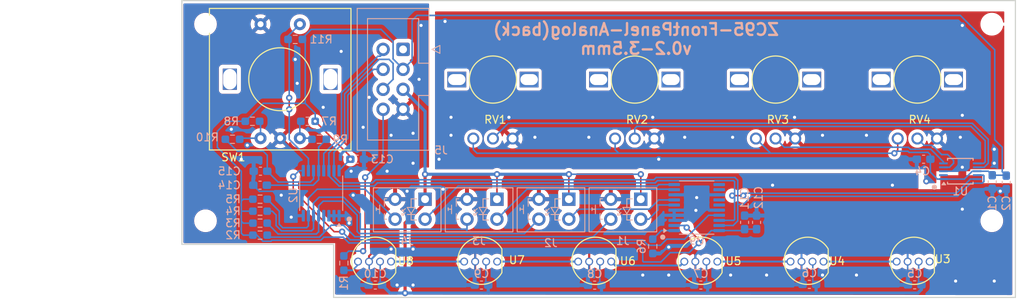
<source format=kicad_pcb>
(kicad_pcb (version 20221018) (generator pcbnew)
  (layers (0 "F.Cu" signal) (31 "B.Cu" signal) (34 "B.Paste" user) (35 "F.Paste" user) (36 "B.SilkS" user "B.Silkscreen") (37 "F.SilkS" user "F.Silkscreen") (38 "B.Mask" user) (39 "F.Mask" user) (44 "Edge.Cuts" user))
  (net 0 "")
  (net 1 "GND")
  (net 2 "ROT5-B")
  (net 3 "ROT5-A")
  (net 4 "+3v3")
  (net 5 "+5v")
  (net 6 "INT2")
  (net 7 "SDA")
  (net 8 "SCL")
  (net 9 "LED_DATA")
  (net 10 "ROT5-BUT")
  (net 11 "Net-(J1-Pad3)")
  (net 12 "Net-(J1-Pad4)")
  (net 13 "Net-(J2-Pad3)")
  (net 14 "Net-(U3-Pad4)")
  (net 15 "Net-(U4-Pad4)")
  (net 16 "Net-(U5-Pad4)")
  (net 17 "Net-(U6-Pad4)")
  (net 18 "Net-(J2-Pad4)")
  (net 19 "Net-(RV1-Pad2)")
  (net 20 "Net-(RV2-Pad2)")
  (net 21 "Net-(RV3-Pad2)")
  (net 22 "Net-(RV4-Pad2)")
  (net 23 "Net-(J3-Pad3)")
  (net 24 "Net-(J3-Pad4)")
  (net 25 "Net-(J4-Pad3)")
  (net 26 "Net-(J4-Pad4)")
  (net 27 "INT1")
  (net 28 "Net-(R1-Pad2)")
  (net 29 "Net-(R6-Pad1)")
  (net 30 "Net-(R7-Pad2)")
  (net 31 "Net-(R10-Pad1)")
  (net 33 "RESET")
  (net 39 "Net-(U7-Pad4)")
  (footprint "MountingHole:MountingHole_2.2mm_M2" (layer "F.Cu") (at 194 121)
    (fp_text reference "REF**" hide)
    (fp_text value "MountingHole_2.2mm_M2" hide)
  )
  (footprint "MountingHole:MountingHole_2.2mm_M2" (layer "F.Cu") (at 94 121)
    (fp_text reference "REF**" hide)
    (fp_text value "MountingHole_2.2mm_M2" hide)
  )
  (footprint "MountingHole:MountingHole_2.2mm_M2" (layer "F.Cu") (at 94 146)
    (fp_text reference "REF**" hide)
    (fp_text value "MountingHole_2.2mm_M2" hide)
  )
  (footprint "MountingHole:MountingHole_2.2mm_M2" (layer "F.Cu") (at 194 146)
    (fp_text reference "REF**" hide)
    (fp_text value "MountingHole_2.2mm_M2" hide)
  )
  (footprint "ProjLib:WS2812D-F5" (layer "F.Cu") (at 185.094 147.992)
    (fp_text reference "U3")
    (fp_text value "WS2812D")
  )
  (footprint "ProjLib:WS2812D-F5" (layer "F.Cu") (at 171.594 147.992)
    (fp_text reference "U4")
    (fp_text value "WS2812D")
  )
  (footprint "ProjLib:WS2812D-F5" (layer "F.Cu") (at 158.094 147.992)
    (fp_text reference "U5")
    (fp_text value "WS2812D")
  )
  (footprint "ProjLib:WS2812D-F5" (layer "F.Cu") (at 144.594 147.992)
    (fp_text reference "U6")
    (fp_text value "WS2812D")
  )
  (footprint "ProjLib:WS2812D-F5" (layer "F.Cu") (at 130.094 147.992)
    (fp_text reference "U7")
    (fp_text value "WS2812D")
  )
  (footprint "ProjLib:WS2812D-F5" (layer "F.Cu") (at 116.594 147.992)
    (fp_text reference "U8")
    (fp_text value "WS2812D")
  )
  (footprint "ProjLib:ALPSALPINE RK09L1140A2U" (layer "F.Cu") (at 130.556 128.143)
    (fp_text reference "RV1")
    (fp_text value "R_POT")
  )
  (footprint "ProjLib:ALPSALPINE RK09L1140A2U" (layer "F.Cu") (at 148.59 128.143)
    (fp_text reference "RV2")
    (fp_text value "R_POT")
  )
  (footprint "ProjLib:ALPSALPINE RK09L1140A2U" (layer "F.Cu") (at 166.497 128.143)
    (fp_text reference "RV3")
    (fp_text value "R_POT")
  )
  (footprint "ProjLib:ALPSALPINE RK09L1140A2U" (layer "F.Cu") (at 184.531 128.143)
    (fp_text reference "RV4")
    (fp_text value "R_POT")
  )
  (footprint "ProjLib:BOURNS PEC11L-4125F-S0020" (layer "F.Cu") (at 103.5 128)
    (fp_text reference "SW1")
    (fp_text value "ADJ")
  )
  (footprint "Capacitor_SMD:C_0603_1608Metric_Pad1.08x0.95mm_HandSolder" (layer "B.Cu") (at 100.938332 141.478 180)
    (fp_text reference "C14")
    (fp_text value "100nF")
  )
  (footprint "Capacitor_SMD:C_0603_1608Metric_Pad1.08x0.95mm_HandSolder" (layer "B.Cu") (at 156.994 154.178 180)
    (fp_text reference "C7")
    (fp_text value "100nF")
  )
  (footprint "Library:ButtonConnector" (layer "B.Cu") (at 147.062 144.506 180)
    (fp_text reference "J1")
    (fp_text value "BUTTON_A")
  )
  (footprint "Resistor_SMD:R_0603_1608Metric_Pad0.98x0.95mm_HandSolder" (layer "B.Cu") (at 105.41 122.936 180)
    (fp_text reference "R11")
    (fp_text value "10K")
  )
  (footprint "Package_SO:TSSOP-10_3x3mm_P0.5mm" (layer "B.Cu") (at 189.992 139.7)
    (fp_text reference "U1")
    (fp_text value "ADS1115IDGS")
  )
  (footprint "Capacitor_SMD:C_0603_1608Metric_Pad1.08x0.95mm_HandSolder" (layer "B.Cu") (at 185.3195 138.176 180)
    (fp_text reference "C4")
    (fp_text value "100nF")
  )
  (footprint "Capacitor_SMD:C_0603_1608Metric_Pad1.08x0.95mm_HandSolder" (layer "B.Cu") (at 100.9915 139.7 180)
    (fp_text reference "C15")
    (fp_text value "100nF")
  )
  (footprint "Capacitor_SMD:C_0603_1608Metric_Pad1.08x0.95mm_HandSolder" (layer "B.Cu") (at 170.794 154.092 180)
    (fp_text reference "C6")
    (fp_text value "100nF")
  )
  (footprint "Capacitor_SMD:C_0603_1608Metric_Pad1.08x0.95mm_HandSolder" (layer "B.Cu") (at 194.056 141.0705 -90)
    (fp_text reference "C1")
    (fp_text value "100nF")
  )
  (footprint "Library:ButtonConnector" (layer "B.Cu") (at 137.918 144.506 180)
    (fp_text reference "J2")
    (fp_text value "BUTTON_B")
  )
  (footprint "Connector_IDC:IDC-Header_2x04_P2.54mm_Vertical" (layer "B.Cu") (at 119.126 124.206 180)
    (fp_text reference "J5")
    (fp_text value "Conn_02x04_Odd_Even")
  )
  (footprint "Capacitor_SMD:C_0603_1608Metric_Pad1.08x0.95mm_HandSolder" (layer "B.Cu") (at 162.56 146.2035 90)
    (fp_text reference "C11")
    (fp_text value "100nF")
  )
  (footprint "Resistor_SMD:R_0603_1608Metric_Pad0.98x0.95mm_HandSolder" (layer "B.Cu") (at 99.9725 133.35)
    (fp_text reference "R8")
    (fp_text value "10K")
  )
  (footprint "Resistor_SMD:R_0603_1608Metric_Pad0.98x0.95mm_HandSolder" (layer "B.Cu") (at 100.938332 144.78)
    (fp_text reference "R4")
    (fp_text value "10K")
  )
  (footprint "Resistor_SMD:R_0603_1608Metric_Pad0.98x0.95mm_HandSolder" (layer "B.Cu") (at 97.4325 135.636 180)
    (fp_text reference "R10")
    (fp_text value "10K")
  )
  (footprint "Capacitor_SMD:C_0603_1608Metric_Pad1.08x0.95mm_HandSolder" (layer "B.Cu") (at 195.834 141.1235 -90)
    (fp_text reference "C2")
    (fp_text value "10uF")
  )
  (footprint "Resistor_SMD:R_0603_1608Metric_Pad0.98x0.95mm_HandSolder" (layer "B.Cu") (at 100.938332 143.256)
    (fp_text reference "R5")
    (fp_text value "10K")
  )
  (footprint "Resistor_SMD:R_0603_1608Metric_Pad0.98x0.95mm_HandSolder" (layer "B.Cu") (at 108.458 135.636 180)
    (fp_text reference "R9")
    (fp_text value "10K")
  )
  (footprint "Resistor_SMD:R_0603_1608Metric_Pad0.98x0.95mm_HandSolder" (layer "B.Cu") (at 107.0375 133.35 180)
    (fp_text reference "R7")
    (fp_text value "10K")
  )
  (footprint "Capacitor_SMD:C_0603_1608Metric_Pad1.08x0.95mm_HandSolder" (layer "B.Cu") (at 164.084 146.2035 90)
    (fp_text reference "C12")
    (fp_text value "10uF")
  )
  (footprint "Package_SO:TSSOP-20_4.4x6.5mm_P0.65mm" (layer "B.Cu") (at 156.464 144.325)
    (fp_text reference "U9")
    (fp_text value "TLC59108IPWR")
  )
  (footprint "Resistor_SMD:R_0603_1608Metric_Pad0.98x0.95mm_HandSolder" (layer "B.Cu") (at 100.938332 147.828)
    (fp_text reference "R2")
    (fp_text value "10K")
  )
  (footprint "Capacitor_SMD:C_0603_1608Metric_Pad1.08x0.95mm_HandSolder" (layer "B.Cu") (at 115.594 154.178 180)
    (fp_text reference "C10")
    (fp_text value "100nF")
  )
  (footprint "Resistor_SMD:R_0603_1608Metric_Pad0.98x0.95mm_HandSolder" (layer "B.Cu") (at 100.938332 146.304)
    (fp_text reference "R3")
    (fp_text value "10K")
  )
  (footprint "Library:ButtonConnector" (layer "B.Cu") (at 128.774 144.506 180)
    (fp_text reference "J3")
    (fp_text value "BUTTON_C")
  )
  (footprint "Library:ButtonConnector" (layer "B.Cu") (at 119.63 144.506 180)
    (fp_text reference "J4")
    (fp_text value "BUTTON_D")
  )
  (footprint "Package_SO:TSSOP-16_4.4x5mm_P0.65mm" (layer "B.Cu") (at 108.712 142.494 90)
    (fp_text reference "U2")
    (fp_text value "TCA9534")
  )
  (footprint "Capacitor_SMD:C_0603_1608Metric_Pad1.08x0.95mm_HandSolder" (layer "B.Cu") (at 129.094 154.178 180)
    (fp_text reference "C9")
    (fp_text value "100nF")
  )
  (footprint "Capacitor_SMD:C_0603_1608Metric_Pad1.08x0.95mm_HandSolder" (layer "B.Cu") (at 143.494 154.192 180)
    (fp_text reference "C8")
    (fp_text value "100nF")
  )
  (footprint "Capacitor_SMD:C_0603_1608Metric_Pad1.08x0.95mm_HandSolder" (layer "B.Cu") (at 184.188 154.1485 180)
    (fp_text reference "C5")
    (fp_text value "100nF")
  )
  (footprint "Resistor_SMD:R_0603_1608Metric_Pad0.98x0.95mm_HandSolder" (layer "B.Cu") (at 111.594 151.384 -90)
    (fp_text reference "R1")
    (fp_text value "100R")
  )
  (footprint "Resistor_SMD:R_0603_1608Metric_Pad0.98x0.95mm_HandSolder" (layer "B.Cu") (at 150.876 149.2485 -90)
    (fp_text reference "R6")
    (fp_text value "1K")
  )
  (footprint "Capacitor_SMD:C_0603_1608Metric_Pad1.08x0.95mm_HandSolder" (layer "B.Cu") (at 113.284 138.176 180)
    (fp_text reference "C13")
    (fp_text value "100nF")
  )
  (gr_circle (center 152.146 148.082) (end 152.4 148.082) (stroke (width 0.15)) (fill solid) (layer "B.SilkS"))
  (gr_circle (center 112.268 145.796) (end 112.522 145.796) (stroke (width 0.15)) (fill solid) (layer "B.SilkS"))
  (gr_circle (center 186.69 141.732) (end 186.944 141.732) (stroke (width 0.15)) (fill solid) (layer "B.SilkS"))
  (gr_line (start 91 149) (end 110.294 149) (stroke (width 0.15)) (layer "Edge.Cuts"))
  (gr_line (start 197 118) (end 91 118) (stroke (width 0.15)) (layer "Edge.Cuts"))
  (gr_line (start 110.294 155.75) (end 197 155.75) (stroke (width 0.15)) (layer "Edge.Cuts"))
  (gr_line (start 110.294 149) (end 110.294 155.75) (stroke (width 0.15)) (layer "Edge.Cuts"))
  (gr_line (start 91 118) (end 91 149) (stroke (width 0.15)) (layer "Edge.Cuts"))
  (gr_line (start 197 155.75) (end 197 118) (stroke (width 0.15)) (layer "Edge.Cuts"))
  (gr_text "ZC95-FrontPanel-Analog(back)\nv0.2-3.5mm" (at 148.75 122.892) (layer "B.SilkS") (effects (font (size 1.5 1.5) (thickness 0.3)) (justify mirror)))
  (segment (start 156.294 150.292) (end 155.994 149.992) (width 0.25) (layer "F.Cu") (net 1))
  (segment (start 142.794 151.192) (end 142.794 149.692) (width 0.25) (layer "F.Cu") (net 1))
  (segment (start 114.794 150.492) (end 115.194 150.092) (width 0.25) (layer "F.Cu") (net 1))
  (segment (start 169.794 151.192) (end 169.794 149.492) (width 0.25) (layer "F.Cu") (net 1))
  (segment (start 128.294 149.792) (end 128.294 152.292) (width 0.25) (layer "F.Cu") (net 1))
  (segment (start 169.794 151.192) (end 169.794 152.792) (width 0.25) (layer "F.Cu") (net 1))
  (segment (start 156.294 150.292) (end 156.294 152.392) (width 0.25) (layer "F.Cu") (net 1))
  (segment (start 114.794 151.192) (end 114.794 150.492) (width 0.25) (layer "F.Cu") (net 1))
  (segment (start 142.794 149.692) (end 142.794 152.892) (width 0.25) (layer "F.Cu") (net 1))
  (segment (start 179.7 151.2) (end 179.7 149.992) (width 0.2) (layer "F.Cu") (net 1))
  (segment (start 190.246 144.526) (end 190.246 139.192) (width 1) (layer "F.Cu") (net 1))
  (segment (start 128.294 151.192) (end 128.294 149.792) (width 0.25) (layer "F.Cu") (net 1))
  (segment (start 156.294 151.192) (end 156.294 150.292) (width 0.25) (layer "F.Cu") (net 1))
  (segment (start 179.7 149.992) (end 179.832 149.86) (width 0.2) (layer "F.Cu") (net 1))
  (via (at 117.094 139.7) (size 0.8) (drill 0.4) (layers "F.Cu" "B.Cu") (net 1))
  (via (at 135.89 135.382) (size 0.8) (drill 0.4) (layers "F.Cu" "B.Cu") (net 1))
  (via (at 111.252 124.46) (size 0.8) (drill 0.4) (layers "F.Cu" "B.Cu") (net 1))
  (via (at 181.356 141.478) (size 0.8) (drill 0.4) (layers "F.Cu" "B.Cu") (net 1))
  (via (at 152.908 152.908) (size 0.8) (drill 0.4) (layers "F.Cu" "B.Cu") (net 1))
  (via (at 120.396 134.874) (size 0.8) (drill 0.4) (layers "F.Cu" "B.Cu") (net 1))
  (via (at 124.206 141.986) (size 0.8) (drill 0.4) (layers "F.Cu" "B.Cu") (net 1))
  (via (at 120.396 154.178) (size 0.8) (drill 0.4) (layers "F.Cu" "B.Cu") (net 1))
  (via (at 125.222 135.128) (size 0.8) (drill 0.4) (layers "F.Cu" "B.Cu") (net 1))
  (via (at 97.282 134.366) (size 0.8) (drill 0.4) (layers "F.Cu" "B.Cu") (net 1))
  (via (at 152.908 149.352) (size 0.8) (drill 0.4) (layers "F.Cu" "B.Cu") (net 1))
  (via (at 154.94 135.382) (size 0.8) (drill 0.4) (layers "F.Cu" "B.Cu") (net 1))
  (via (at 156.3635 144.6795) (size 0.8) (drill 0.4) (layers "F.Cu" "B.Cu") (net 1))
  (via (at 117.602 149.606) (size 0.8) (drill 0.4) (layers "F.Cu" "B.Cu") (net 1))
  (via (at 165.354 152.908) (size 0.8) (drill 0.4) (layers "F.Cu" "B.Cu") (net 1))
  (via (at 166.116 141.478) (size 0.8) (drill 0.4) (layers "F.Cu" "B.Cu") (net 1))
  (via (at 125.222 132.842) (size 0.8) (drill 0.4) (layers "F.Cu" "B.Cu") (net 1))
  (via (at 161.036 135.382) (size 0.8) (drill 0.4) (layers "F.Cu" "B.Cu") (net 1))
  (via (at 117.602 135.128) (size 0.8) (drill 0.4) (layers "F.Cu" "B.Cu") (net 1))
  (via (at 103.632 142.748) (size 0.8) (drill 0.4) (layers "F.Cu" "B.Cu") (net 1))
  (via (at 121.412 121.158) (size 0.8) (drill 0.4) (layers "F.Cu" "B.Cu") (net 1))
  (via (at 150.876 132.842) (size 0.8) (drill 0.4) (layers "F.Cu" "B.Cu") (net 1))
  (via (at 190.246 121.158) (size 0.8) (drill 0.4) (layers "F.Cu" "B.Cu") (net 1))
  (via (at 104.902 145.542) (size 0.8) (drill 0.4) (layers "F.Cu" "B.Cu") (net 1))
  (via (at 112.268 146.304) (size 0.8) (drill 0.4) (layers "F.Cu" "B.Cu") (net 1))
  (via (at 178.054 135.128) (size 0.8) (drill 0.4) (layers "F.Cu" "B.Cu") (net 1))
  (via (at 194.31 153.67) (size 0.8) (drill 0.4) (layers "F.Cu" "B.Cu") (net 1))
  (via (at 190.246 132.588) (size 0.8) (drill 0.4) (layers "F.Cu" "B.Cu") (net 1))
  (via (at 112.522 139.7) (size 0.8) (drill 0.4) (layers "F.Cu" "B.Cu") (net 1))
  (via (at 156.464 143.055) (size 0.8) (drill 0.4) (layers "F.Cu" "B.Cu") (net 1))
  (via (at 120.396 149.606) (size 0.8) (drill 0.4) (layers "F.Cu" "B.Cu") (net 1))
  (via (at 168.91 132.842) (size 0.8) (drill 0.4) (layers "F.Cu" "B.Cu") (net 1))
  (via (at 105.664 128.524) (size 0.8) (drill 0.4) (layers "F.Cu" "B.Cu") (net 1))
  (via (at 190.246 144.526) (size 0.8) (drill 0.4) (layers "F.Cu" "B.Cu") (net 1))
  (via (at 118.364 154.178) (size 0.8) (drill 0.4) (layers "F.Cu" "B.Cu") (net 1))
  (via (at 121.158 128.016) (size 0.8) (drill 0.4) (layers "F.Cu" "B.Cu") (net 1))
  (via (at 160.782 152.908) (size 0.8) (drill 0.4) (layers "F.Cu" "B.Cu") (net 1))
  (via (at 98.552 138.176) (size 0.8) (drill 0.4) (layers "F.Cu" "B.Cu") (net 1))
  (via (at 189.394 153.67) (size 0.8) (drill 0.4) (layers "F.Cu" "B.Cu") (net 1))
  (via (at 123.698 138.176) (size 0.8) (drill 0.4) (layers "F.Cu" "B.Cu") (net 1))
  (via (at 142.748 135.382) (size 0.8) (drill 0.4) (layers "F.Cu" "B.Cu") (net 1))
  (via (at 185.674 140.97) (size 0.8) (drill 0.4) (layers "F.Cu" "B.Cu") (net 1))
  (via (at 172.466 152.908) (size 0.8) (drill 0.4) (layers "F.Cu" "B.Cu") (net 1))
  (via (at 99.314 136.398) (size 0.8) (drill 0.4) (layers "F.Cu" "B.Cu") (net 1))
  (via (at 176.784 152.908) (size 0.8) (drill 0.4) (layers "F.Cu" "B.Cu") (net 1))
  (via (at 194.31 138.684) (size 0.8) (drill 0.4) (layers "F.Cu" "B.Cu") (net 1))
  (via (at 105.41 125.476) (size 0.8) (drill 0.4) (layers "F.Cu" "B.Cu") (net 1))
  (via (at 195.072 142.24) (size 0.8) (drill 0.4) (layers "F.Cu" "B.Cu") (net 1))
  (via (at 124.46 120.65) (size 0.8) (drill 0.4) (layers "F.Cu" "B.Cu") (net 1))
  (via (at 114.808 130.302) (size 0.8) (drill 0.4) (layers "F.Cu" "B.Cu") (net 1))
  (via (at 149.606 152.908) (size 0.8) (drill 0.4) (layers "F.Cu" "B.Cu") (net 1))
  (via (at 119.634 142.24) (size 0.8) (drill 0.4) (layers "F.Cu" "B.Cu") (net 1))
  (via (at 172.466 135.128) (size 0.8) (drill 0.4) (layers "F.Cu" "B.Cu") (net 1))
  (via (at 151.638 138.176) (size 0.8) (drill 0.4) (layers "F.Cu" "B.Cu") (net 1))
  (via (at 114.046 134.112) (size 0.8) (drill 0.4) (layers "F.Cu" "B.Cu") (net 1))
  (via (at 190.246 139.192) (size 0.8) (drill 0.4) (layers "F.Cu" "B.Cu") (net 1))
  (via (at 132.588 132.842) (size 0.8) (drill 0.4) (layers "F.Cu" "B.Cu") (net 1))
  (via (at 189.992 135.382) (size 0.8) (drill 0.4) (layers "F.Cu" "B.Cu") (net 1))
  (via (at 194.31 136.906) (size 0.8) (drill 0.4) (layers "F.Cu" "B.Cu") (net 1))
  (via (at 108.966 131.572) (size 0.8) (drill 0.4) (layers "F.Cu" "B.Cu") (net 1))
  (via (at 112.776 142.748) (size 0.8) (drill 0.4) (layers "F.Cu" "B.Cu") (net 1))
  (via (at 120.396 138.684) (size 0.8) (drill 0.4) (layers "F.Cu" "B.Cu") (net 1))
  (segment (start 195.781 141.933) (end 195.834 141.986) (width 0.2) (layer "B.Cu") (net 1))
  (segment (start 103.632 142.266) (end 103.632 142.748) (width 0.2) (layer "B.Cu") (net 1))
  (segment (start 123.906 141.686) (end 124.206 141.986) (width 0.4) (layer "B.Cu") (net 1))
  (segment (start 128.6775 154.178) (end 128.7 154.1555) (width 0.2) (layer "B.Cu") (net 1))
  (segment (start 155.743 145.3) (end 156.3635 144.6795) (width 0.4) (layer "B.Cu") (net 1))
  (segment (start 195.019 141.933) (end 195.072 141.986) (width 0.2) (layer "B.Cu") (net 1))
  (segment (start 170.0265 154.178) (end 169.6 153.7515) (width 0.2) (layer "B.Cu") (net 1))
  (segment (start 169.83 153.9905) (end 169.83 151.114) (width 0.2) (layer "B.Cu") (net 1))
  (segment (start 156.294 150.392) (end 156.594 150.092) (width 0.25) (layer "B.Cu") (net 1))
  (segment (start 168.3015 154.178) (end 168.2 154.0765) (width 0.2) (layer "B.Cu") (net 1))
  (segment (start 117.602 149.606) (end 117.094 149.606) (width 0.2) (layer "B.Cu") (net 1))
  (segment (start 153.6015 145.3) (end 155.743 145.3) (width 0.4) (layer "B.Cu") (net 1))
  (segment (start 128.294 149.792) (end 128.294 151.192) (width 0.25) (layer "B.Cu") (net 1))
  (segment (start 115.115 154.178) (end 115.2 154.093) (width 0.2) (layer "B.Cu") (net 1))
  (segment (start 153.6015 142.7) (end 156.109 142.7) (width 0.4) (layer "B.Cu") (net 1))
  (segment (start 195.072 141.986) (end 195.072 142.24) (width 0.2) (layer "B.Cu") (net 1))
  (segment (start 156.464 144.579) (end 156.464 143.055) (width 0.4) (layer "B.Cu") (net 1))
  (segment (start 159.3265 142.7) (end 156.819 142.7) (width 0.4) (layer "B.Cu") (net 1))
  (segment (start 189.738 139.7) (end 190.246 139.192) (width 0.2) (layer "B.Cu") (net 1))
  (segment (start 120.396 154.178) (end 118.364 154.178) (width 0.4) (layer "B.Cu") (net 1))
  (segment (start 156.464 143.055) (end 158.059 144.65) (width 0.4) (layer "B.Cu") (net 1))
  (segment (start 187.842 139.7) (end 189.738 139.7) (width 0.2) (layer "B.Cu") (net 1))
  (segment (start 155.093 145.95) (end 156.464 144.579) (width 0.4) (layer "B.Cu") (net 1))
  (segment (start 153.6015 145.95) (end 155.093 145.95) (width 0.4) (layer "B.Cu") (net 1))
  (segment (start 156.3635 144.6795) (end 156.464 144.579) (width 0.4) (layer "B.Cu") (net 1))
  (segment (start 156.819 142.7) (end 156.464 143.055) (width 0.4) (layer "B.Cu") (net 1))
  (segment (start 154.869 144.65) (end 156.464 143.055) (width 0.4) (layer "B.Cu") (net 1))
  (segment (start 162.56 145.341) (end 164.084 145.341) (width 0.2) (layer "B.Cu") (net 1))
  (segment (start 156.3145 153.995) (end 156.3145 151.2) (width 0.2) (layer "B.Cu") (net 1))
  (segment (start 195.019 141.933) (end 195.781 141.933) (width 0.2) (layer "B.Cu") (net 1))
  (segment (start 100.075832 141.478) (end 100.850832 142.253) (width 0.2) (layer "B.Cu") (net 1))
  (segment (start 114.8165 154.093) (end 114.8165 151.2) (width 0.2) (layer "B.Cu") (net 1))
  (segment (start 158.059 144.65) (end 159.3265 144.65) (width 0.4) (layer "B.Cu") (net 1))
  (segment (start 120.188 141.686) (end 123.906 141.686) (width 0.4) (layer "B.Cu") (net 1))
  (segment (start 117.602 149.606) (end 120.396 149.606) (width 0.4) (layer "B.Cu") (net 1))
  (segment (start 194.056 141.933) (end 195.019 141.933) (width 0.2) (layer "B.Cu") (net 1))
  (segment (start 128.254 154.1555) (end 128.254 151.2) (width 0.2) (layer "B.Cu") (net 1))
  (segment (start 117.094 149.606) (end 116.794 149.606) (width 0.2) (layer "B.Cu") (net 1))
  (segment (start 156.294 151.192) (end 156.294 150.392) (width 0.25) (layer "B.Cu") (net 1))
  (segment (start 142.7445 154.079) (end 142.7445 151.214) (width 0.2) (layer "B.Cu") (net 1))
  (segment (start 116.38 149.606) (end 117.094 149.606) (width 0.25) (layer "B.Cu") (net 1))
  (segment (start 156.109 142.7) (end 156.464 143.055) (width 0.4) (layer "B.Cu") (net 1))
  (segment (start 100.850832 142.253) (end 103.619 142.253) (width 0.2) (layer "B.Cu") (net 1))
  (segment (start 153.6015 144.65) (end 154.869 144.65) (width 0.4) (layer "B.Cu") (net 1))
  (segment (start 156.517 154.178) (end 156.7 153.995) (width 0.2) (layer "B.Cu") (net 1))
  (segment (start 119.634 142.24) (end 120.188 141.686) (width 0.4) (layer "B.Cu") (net 1))
  (segment (start 103.619 142.253) (end 103.632 142.266) (width 0.2) (layer "B.Cu") (net 1))
  (segment (start 114.794 151.192) (end 116.38 149.606) (width 0.25) (layer "B.Cu") (net 1))
  (segment (start 183.294 151.192) (end 183.294 149.392) (width 0.25) (layer "B.Cu") (net 1))
  (segment (start 169.794 151.192) (end 169.794 149.292) (width 0.25) (layer "B.Cu") (net 1))
  (segment (start 183.294 154.117) (end 183.294 151.1705) (width 0.2) (layer "B.Cu") (net 1))
  (segment (start 108.387 140.787) (end 108.387 139.6315) (width 0.2) (layer "B.Cu") (net 2))
  (segment (start 101.800832 141.478) (end 107.696 141.478) (width 0.2) (layer "B.Cu") (net 2))
  (segment (start 108.387 136.6195) (end 108.387 139.6315) (width 0.2) (layer "B.Cu") (net 2))
  (segment (start 107.696 141.478) (end 108.387 140.787) (width 0.2) (layer "B.Cu") (net 2))
  (segment (start 109.3705 135.636) (end 108.387 136.6195) (width 0.2) (layer "B.Cu") (net 2))
  (segment (start 107.737 139.6315) (end 107.737 140.675) (width 0.2) (layer "B.Cu") (net 3))
  (segment (start 101.854 137.668) (end 101.346 137.16) (width 0.2) (layer "B.Cu") (net 3))
  (segment (start 107.334 141.078) (end 103.232 141.078) (width 0.2) (layer "B.Cu") (net 3))
  (segment (start 103.232 141.078) (end 101.854 139.7) (width 0.2) (layer "B.Cu") (net 3))
  (segment (start 98.044 137.16) (end 96.52 135.636) (width 0.2) (layer "B.Cu") (net 3))
  (segment (start 107.737 140.675) (end 107.334 141.078) (width 0.2) (layer "B.Cu") (net 3))
  (segment (start 101.346 137.16) (end 98.044 137.16) (width 0.2) (layer "B.Cu") (net 3))
  (segment (start 101.854 139.7) (end 101.854 137.668) (width 0.2) (layer "B.Cu") (net 3))
  (segment (start 112.4215 138.176) (end 112.4215 137.8215) (width 0.2) (layer "F.Cu") (net 4))
  (segment (start 112.4215 137.8215) (end 107.95 133.35) (width 0.2) (layer "F.Cu") (net 4))
  (segment (start 181.61 137.414) (end 182.031 136.993) (width 0.2) (layer "F.Cu") (net 4))
  (segment (start 156.718 148.844) (end 156.718 148.389) (width 0.2) (layer "F.Cu") (net 4))
  (segment (start 182.031 136.993) (end 182.031 135.543) (width 0.2) (layer "F.Cu") (net 4))
  (segment (start 156.718 148.389) (end 155.194 146.865) (width 0.2) (layer "F.Cu") (net 4))
  (via (at 112.4215 138.176) (size 0.8) (drill 0.4) (layers "F.Cu" "B.Cu") (net 4))
  (via (at 155.194 146.865) (size 0.8) (drill 0.4) (layers "F.Cu" "B.Cu") (net 4))
  (via (at 107.95 133.35) (size 0.8) (drill 0.4) (layers "F.Cu" "B.Cu") (net 4))
  (via (at 181.61 137.414) (size 0.8) (drill 0.4) (layers "F.Cu" "B.Cu") (net 4))
  (via (at 156.718 148.844) (size 0.8) (drill 0.4) (layers "F.Cu" "B.Cu") (net 4))
  (segment (start 186.182 139.815) (end 186.182 137.605686) (width 0.2) (layer "B.Cu") (net 4))
  (segment (start 149.606 151.13) (end 149.714 151.238) (width 0.2) (layer "B.Cu") (net 4))
  (segment (start 102.444472 148.482) (end 108.652529 148.482) (width 0.2) (layer "B.Cu") (net 4))
  (segment (start 186.182 137.605686) (end 185.882314 137.306) (width 0.2) (layer "B.Cu") (net 4))
  (segment (start 181.864 137.16) (end 181.61 137.414) (width 0.2) (layer "B.Cu") (net 4))
  (segment (start 154.929 146.6) (end 155.194 146.865) (width 0.2) (layer "B.Cu") (net 4))
  (segment (start 195.781 140.208) (end 195.834 140.261) (width 0.2) (layer "B.Cu") (net 4))
  (segment (start 106.68 122.428) (end 106.68 131.064) (width 0.2) (layer "B.Cu") (net 4))
  (segment (start 106.68 122.428) (end 106.172 122.936) (width 0.2) (layer "B.Cu") (net 4))
  (segment (start 98.552 143.51) (end 98.552 139.7) (width 0.2) (layer "B.Cu") (net 4))
  (segment (start 109.044731 148.089798) (end 111.508919 148.089798) (width 0.2) (layer "B.Cu") (net 4))
  (segment (start 190.516 140.7) (end 191.516 139.7) (width 0.2) (layer "B.Cu") (net 4))
  (segment (start 156.718 148.844) (end 158.312 147.25) (width 0.2) (layer "B.Cu") (net 4))
  (segment (start 116.332 121.666) (end 107.442 121.666) (width 0.2) (layer "B.Cu") (net 4))
  (segment (start 96.774 133.35) (end 99.06 133.35) (width 0.2) (layer "B.Cu") (net 4))
  (segment (start 107.95 132.334) (end 107.95 133.35) (width 0.2) (layer "B.Cu") (net 4))
  (segment (start 110.987 139.6105) (end 110.987 139.6315) (width 0.2) (layer "B.Cu") (net 4))
  (segment (start 107.442 121.666) (end 106.68 122.428) (width 0.2) (layer "B.Cu") (net 4))
  (segment (start 148.825 148.825) (end 149.606 149.606) (width 0.2) (layer "B.Cu") (net 4))
  (segment (start 159.3265 147.25) (end 162.376 147.25) (width 0.2) (layer "B.Cu") (net 4))
  (segment (start 98.806 143.256) (end 98.552 143.51) (width 0.2) (layer "B.Cu") (net 4))
  (segment (start 120.276 125.596) (end 120.276 120.516) (width 0.2) (layer "B.Cu") (net 4))
  (segment (start 128.524 137.414) (end 128.056 136.946) (width 0.2) (layer "B.Cu") (net 4))
  (segment (start 101.308832 148.603) (end 102.323472 148.603) (width 0.2) (layer "B.Cu") (net 4))
  (segment (start 165.868 137.414) (end 163.997 135.543) (width 0.2) (layer "B.Cu") (net 4))
  (segment (start 194.372 124.268) (end 194.372 135.698) (width 0.2) (layer "B.Cu") (net 4))
  (segment (start 185.882314 137.306) (end 183.476315 137.306) (width 0.2) (layer "B.Cu") (net 4))
  (segment (start 194.056 140.208) (end 195.781 140.208) (width 0.2) (layer "B.Cu") (net 4))
  (segment (start 128.056 136.946) (end 128.056 135.543) (width 0.2) (layer "B.Cu") (net 4))
  (segment (start 119.126 126.746) (end 119.126 126.688314) (width 0.2) (layer "B.Cu") (net 4))
  (segment (start 98.552 139.7) (end 95.504 136.652) (width 0.2) (layer "B.Cu") (net 4))
  (segment (start 98.552 143.51) (end 98.552 144.78) (width 0.2) (layer "B.Cu") (net 4))
  (segment (start 162.56 147.066) (end 164.084 147.066) (width 0.2) (layer "B.Cu") (net 4))
  (segment (start 192.142 139.7) (end 193.548 139.7) (width 0.2) (layer "B.Cu") (net 4))
  (segment (start 181.61 137.414) (end 165.868 137.414) (width 0.2) (layer "B.Cu") (net 4))
  (segment (start 108.652529 148.482) (end 109.044731 148.089798) (width 0.2) (layer "B.Cu") (net 4))
  (segment (start 100.279832 147.574) (end 101.308832 148.603) (width 0.2) (layer "B.Cu") (net 4))
  (segment (start 98.806 147.828) (end 98.552 147.574) (width 0.2) (layer "B.Cu") (net 4))
  (segment (start 153.1 150.052) (end 155.51 150.052) (width 0.2) (layer "B.Cu") (net 4))
  (segment (start 151.914 151.238) (end 153.1 150.052) (width 0.2) (layer "B.Cu") (net 4))
  (segment (start 187.842 140.7) (end 190.516 140.7) (width 0.2) (layer "B.Cu") (net 4))
  (segment (start 194.372 135.698) (end 195.326 136.652) (width 0.2) (layer "B.Cu") (net 4))
  (segment (start 98.552 146.05) (end 98.806 146.304) (width 0.2) (layer "B.Cu") (net 4))
  (segment (start 165.868 137.414) (end 146.558 137.414) (width 0.2) (layer "B.Cu") (net 4))
  (segment (start 183.330315 137.16) (end 181.864 137.16) (width 0.2) (layer "B.Cu") (net 4))
  (segment (start 155.51 150.052) (end 156.718 148.844) (width 0.2) (layer "B.Cu") (net 4))
  (segment (start 195.326 139.753) (end 195.834 140.261) (width 0.2) (layer "B.Cu") (net 4))
  (segment (start 95.504 136.652) (end 95.504 134.62) (width 0.2) (layer "B.Cu") (net 4))
  (segment (start 195.326 136.652) (end 195.326 139.753) (width 0.2) (layer "B.Cu") (net 4))
  (segment (start 120.904 119.888) (end 189.992 119.888) (width 0.2) (layer "B.Cu") (net 4))
  (segment (start 98.552 144.78) (end 98.552 146.05) (width 0.2) (layer "B.Cu") (net 4))
  (segment (start 120.276 120.516) (end 120.904 119.888) (width 0.2) (layer "B.Cu") (net 4))
  (segment (start 191.516 139.7) (end 192.142 139.7) (width 0.2) (layer "B.Cu") (net 4))
  (segment (start 149.714 151.238) (end 151.914 151.238) (width 0.2) (layer "B.Cu") (net 4))
  (segment (start 111.508919 148.089798) (end 112.244121 148.825) (width 0.2) (layer "B.Cu") (net 4))
  (segment (start 95.504 134.62) (end 96.774 133.35) (width 0.2) (layer "B.Cu") (net 4))
  (segment (start 158.312 147.25) (end 159.3265 147.25) (width 0.2) (layer "B.Cu") (net 4))
  (segment (start 106.68 131.064) (end 107.95 132.334) (width 0.2) (layer "B.Cu") (net 4))
  (segment (start 189.992 119.888) (end 194.372 124.268) (width 0.2) (layer "B.Cu") (net 4))
  (segment (start 99.06 133.35) (end 101.346 131.064) (width 0.2) (layer "B.Cu") (net 4))
  (segment (start 187.842 140.7) (end 187.067 140.7) (width 0.2) (layer "B.Cu") (net 4))
  (segment (start 153.6015 146.6) (end 154.929 146.6) (width 0.2) (layer "B.Cu") (net 4))
  (segment (start 146.09 136.946) (end 146.09 135.543) (width 0.2) (layer "B.Cu") (net 4))
  (segment (start 146.558 137.414) (end 128.524 137.414) (width 0.2) (layer "B.Cu") (net 4))
  (segment (start 112.4215 138.176) (end 110.987 139.6105) (width 0.2) (layer "B.Cu") (net 4))
  (segment (start 183.476315 137.306) (end 183.330315 137.16) (width 0.2) (layer "B.Cu") (net 4))
  (segment (start 112.244121 148.825) (end 148.825 148.825) (width 0.2) (layer "B.Cu") (net 4))
  (segment (start 146.558 137.414) (end 146.09 136.946) (width 0.2) (layer "B.Cu") (net 4))
  (segment (start 117.856 123.19) (end 116.332 121.666) (width 0.2) (layer "B.Cu") (net 4))
  (segment (start 100.025832 147.828) (end 98.806 147.828) (width 0.2) (layer "B.Cu") (net 4))
  (segment (start 98.806 146.304) (end 100.025832 146.304) (width 0.2) (layer "B.Cu") (net 4))
  (segment (start 117.856 125.418314) (end 117.856 123.19) (width 0.2) (layer "B.Cu") (net 4))
  (segment (start 98.552 147.574) (end 98.552 146.05) (width 0.2) (layer "B.Cu") (net 4))
  (segment (start 193.548 139.7) (end 194.056 140.208) (width 0.2) (layer "B.Cu") (net 4))
  (segment (start 187.067 140.7) (end 186.182 139.815) (width 0.2) (layer "B.Cu") (net 4))
  (segment (start 119.126 126.746) (end 120.276 125.596) (width 0.2) (layer "B.Cu") (net 4))
  (segment (start 162.376 147.25) (end 162.56 147.066) (width 0.2) (layer "B.Cu") (net 4))
  (segment (start 100.025832 144.78) (end 98.552 144.78) (width 0.2) (layer "B.Cu") (net 4))
  (segment (start 102.323472 148.603) (end 102.444472 148.482) (width 0.2) (layer "B.Cu") (net 4))
  (segment (start 119.126 126.688314) (end 117.856 125.418314) (width 0.2) (layer "B.Cu") (net 4))
  (segment (start 100.025832 147.828) (end 100.279832 147.574) (width 0.2) (layer "B.Cu") (net 4))
  (segment (start 101.346 131.064) (end 106.68 131.064) (width 0.2) (layer "B.Cu") (net 4))
  (segment (start 149.606 149.606) (end 149.606 151.13) (width 0.2) (layer "B.Cu") (net 4))
  (segment (start 100.025832 143.256) (end 98.806 143.256) (width 0.2) (layer "B.Cu") (net 4))
  (segment (start 131.068 140.0865) (end 131.068 142.331) (width 0.2) (layer "F.Cu") (net 5))
  (segment (start 121.924 140.0865) (end 121.924 142.331) (width 0.4) (layer "F.Cu") (net 5))
  (segment (start 119.38 146.293767) (end 119.38 155.194) (width 0.4) (layer "F.Cu") (net 5))
  (segment (start 149.356 140.0865) (end 149.356 142.331) (width 0.2) (layer "F.Cu") (net 5))
  (segment (start 140.212 140.0865) (end 140.212 142.331) (width 0.2) (layer "F.Cu") (net 5))
  (segment (start 121.92 143.256) (end 121.92 143.753767) (width 0.4) (layer "F.Cu") (net 5))
  (segment (start 121.92 143.753767) (end 119.38 146.293767) (width 0.4) (layer "F.Cu") (net 5))
  (via (at 140.212 140.0865) (size 0.8) (drill 0.4) (layers "F.Cu" "B.Cu") (net 5))
  (via (at 119.38 155.194) (size 0.8) (drill 0.4) (layers "F.Cu" "B.Cu") (net 5))
  (via (at 149.356 140.0865) (size 0.8) (drill 0.4) (layers "F.Cu" "B.Cu") (net 5))
  (via (at 121.924 140.0865) (size 0.8) (drill 0.4) (layers "F.Cu" "B.Cu") (net 5))
  (via (at 131.068 140.0865) (size 0.8) (drill 0.4) (layers "F.Cu" "B.Cu") (net 5))
  (segment (start 131.068 140.0865) (end 140.212 140.0865) (width 0.4) (layer "B.Cu") (net 5))
  (segment (start 129.9565 155.1565) (end 129.9565 154.178) (width 0.4) (layer "B.Cu") (net 5))
  (segment (start 157.8565 155.0715) (end 157.8565 154.178) (width 0.4) (layer "B.Cu") (net 5))
  (segment (start 184.694 153.792) (end 184.694 151.1705) (width 0.2) (layer "B.Cu") (net 5))
  (segment (start 144.1445 153.98) (end 144.1445 151.214) (width 0.2) (layer "B.Cu") (net 5))
  (segment (start 144.394 155.194) (end 129.994 155.194) (width 0.4) (layer "B.Cu") (net 5))
  (segment (start 121.924 132.084) (end 121.924 140.0865) (width 0.4) (layer "B.Cu") (net 5))
  (segment (start 116.2165 153.938) (end 116.2165 151.2) (width 0.2) (layer "B.Cu") (net 5))
  (segment (start 144.394 155.194) (end 144.3565 155.1565) (width 0.4) (layer "B.Cu") (net 5))
  (segment (start 184.592 155.194) (end 185.0505 154.7355) (width 0.4) (layer "B.Cu") (net 5))
  (segment (start 129.654 153.8755) (end 129.654 151.2) (width 0.2) (layer "B.Cu") (net 5))
  (segment (start 185.0505 154.7355) (end 185.0505 154.1485) (width 0.4) (layer "B.Cu") (net 5))
  (segment (start 117.4725 155.194) (end 116.4565 154.178) (width 0.4) (layer "B.Cu") (net 5))
  (segment (start 157.734 155.194) (end 171.704 155.194) (width 0.4) (layer "B.Cu") (net 5))
  (segment (start 158.242 154.178) (end 158.1 154.036) (width 0.2) (layer "B.Cu") (net 5))
  (segment (start 116.84 154.178) (end 116.6 153.938) (width 0.2) (layer "B.Cu") (net 5))
  (segment (start 121.924 140.0865) (end 131.068 140.0865) (width 0.4) (layer "B.Cu") (net 5))
  (segment (start 171.23 153.6655) (end 171.23 151.114) (width 0.2) (layer "B.Cu") (net 5))
  (segment (start 119.38 155.194) (end 117.4725 155.194) (width 0.4) (layer "B.Cu") (net 5))
  (segment (start 144.3565 155.1565) (end 144.3565 154.192) (width 0.4) (layer "B.Cu") (net 5))
  (segment (start 129.994 155.194) (end 129.9565 155.1565) (width 0.4) (layer "B.Cu") (net 5))
  (segment (start 171.6565 155.1465) (end 171.6565 154.092) (width 0.4) (layer "B.Cu") (net 5))
  (segment (start 157.7145 154.036) (end 157.7145 151.2) (width 0.2) (layer "B.Cu") (net 5))
  (segment (start 130.4025 154.178) (end 130.1 153.8755) (width 0.2) (layer "B.Cu") (net 5))
  (segment (start 157.734 155.194) (end 157.8565 155.0715) (width 0.4) (layer "B.Cu") (net 5))
  (segment (start 171.704 155.194) (end 184.592 155.194) (width 0.4) (layer "B.Cu") (net 5))
  (segment (start 129.994 155.194) (end 129.3865 155.194) (width 0.4) (layer "B.Cu") (net 5))
  (segment (start 149.356 140.0865) (end 140.212 140.0865) (width 0.2) (layer "B.Cu") (net 5))
  (segment (start 171.704 155.194) (end 171.6565 155.1465) (width 0.4) (layer "B.Cu") (net 5))
  (segment (start 119.126 129.286) (end 121.924 132.084) (width 0.4) (layer "B.Cu") (net 5))
  (segment (start 157.734 155.194) (end 144.394 155.194) (width 0.4) (layer "B.Cu") (net 5))
  (segment (start 129.3865 155.194) (end 119.38 155.194) (width 0.4) (layer "B.Cu") (net 5))
  (segment (start 116.224 125.076) (end 115.912314 125.076) (width 0.2) (layer "B.Cu") (net 6))
  (segment (start 111.2895 135.201488) (end 109.037 137.453988) (width 0.2) (layer "B.Cu") (net 6))
  (segment (start 111.2895 129.698814) (end 111.2895 135.201488) (width 0.2) (layer "B.Cu") (net 6))
  (segment (start 109.037 137.453988) (end 109.037 139.6315) (width 0.2) (layer "B.Cu") (net 6))
  (segment (start 116.586 124.206) (end 116.586 124.714) (width 0.2) (layer "B.Cu") (net 6))
  (segment (start 116.586 124.714) (end 116.224 125.076) (width 0.2) (layer "B.Cu") (net 6))
  (segment (start 115.912314 125.076) (end 111.2895 129.698814) (width 0.2) (layer "B.Cu") (net 6))
  (segment (start 116.586 126.746) (end 115.373686 126.746) (width 0.2) (layer "B.Cu") (net 7))
  (segment (start 192.992 140.275) (end 192.992 141.018) (width 0.2) (layer "B.Cu") (net 7))
  (segment (start 161.332685 140.5) (end 151.309629 140.5) (width 0.2) (layer "B.Cu") (net 7))
  (segment (start 110.337 137.28536) (end 110.337 139.6315) (width 0.2) (layer "B.Cu") (net 7))
  (segment (start 151.309629 140.5) (end 151.02363 140.786) (width 0.2) (layer "B.Cu") (net 7))
  (segment (start 115.628999 140.786) (end 115.228999 141.186) (width 0.2) (layer "B.Cu") (net 7))
  (segment (start 159.3265 146.6) (end 161.104685 146.6) (width 0.2) (layer "B.Cu") (net 7))
  (segment (start 161.104685 146.6) (end 161.69 146.014685) (width 0.2) (layer "B.Cu") (net 7))
  (segment (start 161.69 146.014685) (end 161.69 143.91) (width 0.2) (layer "B.Cu") (net 7))
  (segment (start 110.337 140.368999) (end 110.337 139.6315) (width 0.2) (layer "B.Cu") (net 7))
  (segment (start 191.319686 141.224) (end 189.649685 142.894) (width 0.2) (layer "B.Cu") (net 7))
  (segment (start 112.0895 130.030186) (end 112.0895 135.53286) (width 0.2) (layer "B.Cu") (net 7))
  (segment (start 162.414 143.91) (end 161.69 143.91) (width 0.2) (layer "B.Cu") (net 7))
  (segment (start 161.69 140.857314) (end 161.332685 140.5) (width 0.2) (layer "B.Cu") (net 7))
  (segment (start 192.142 140.2) (end 192.917 140.2) (width 0.2) (layer "B.Cu") (net 7))
  (segment (start 189.649685 142.894) (end 163.43 142.894) (width 0.2) (layer "B.Cu") (net 7))
  (segment (start 192.917 140.2) (end 192.992 140.275) (width 0.2) (layer "B.Cu") (net 7))
  (segment (start 111.154001 141.186) (end 110.337 140.368999) (width 0.2) (layer "B.Cu") (net 7))
  (segment (start 163.43 142.894) (end 162.414 143.91) (width 0.2) (layer "B.Cu") (net 7))
  (segment (start 151.02363 140.786) (end 115.628999 140.786) (width 0.2) (layer "B.Cu") (net 7))
  (segment (start 115.373686 126.746) (end 112.0895 130.030186) (width 0.2) (layer "B.Cu") (net 7))
  (segment (start 112.0895 135.53286) (end 110.337 137.28536) (width 0.2) (layer "B.Cu") (net 7))
  (segment (start 161.69 143.91) (end 161.69 140.857314) (width 0.2) (layer "B.Cu") (net 7))
  (segment (start 115.228999 141.186) (end 111.154001 141.186) (width 0.2) (layer "B.Cu") (net 7))
  (segment (start 192.992 141.018) (end 192.786 141.224) (width 0.2) (layer "B.Cu") (net 7))
  (segment (start 192.786 141.224) (end 191.319686 141.224) (width 0.2) (layer "B.Cu") (net 7))
  (segment (start 160.9905 142.801) (end 162.3895 142.801) (width 0.2) (layer "F.Cu") (net 8))
  (via (at 160.9905 142.801) (size 0.8) (drill 0.4) (layers "F.Cu" "B.Cu") (net 8))
  (via (at 162.3895 142.801) (size 0.8) (drill 0.4) (layers "F.Cu" "B.Cu") (net 8))
  (segment (start 189.484 142.494) (end 162.6965 142.494) (width 0.2) (layer "B.Cu") (net 8))
  (segment (start 110.988315 141.586) (end 109.687 140.284685) (width 0.2) (layer "B.Cu") (net 8))
  (segment (start 161.29 145.849) (end 161.189 145.95) (width 0.2) (layer "B.Cu") (net 8))
  (segment (start 109.687 139.6315) (end 109.687 137.369674) (width 0.2) (layer "B.Cu") (net 8))
  (segment (start 115.462 141.586) (end 110.988315 141.586) (width 0.2) (layer "B.Cu") (net 8))
  (segment (start 162.6965 142.494) (end 162.3895 142.801) (width 0.2) (layer "B.Cu") (net 8))
  (segment (start 117.856 128.016) (end 116.586 129.286) (width 0.2) (layer "B.Cu") (net 8))
  (segment (start 117.348 125.476) (end 117.856 125.984) (width 0.2) (layer "B.Cu") (net 8))
  (segment (start 116.078 125.476) (end 117.348 125.476) (width 0.2) (layer "B.Cu") (net 8))
  (segment (start 109.687 137.369674) (end 111.6895 135.367174) (width 0.2) (layer "B.Cu") (net 8))
  (segment (start 111.6895 135.367174) (end 111.6895 129.8645) (width 0.2) (layer "B.Cu") (net 8))
  (segment (start 192.142 140.7) (end 191.278 140.7) (width 0.2) (layer "B.Cu") (net 8))
  (segment (start 161.189 145.95) (end 159.3265 145.95) (width 0.2) (layer "B.Cu") (net 8))
  (segment (start 161.29 141.023) (end 161.167 140.9) (width 0.2) (layer "B.Cu") (net 8))
  (segment (start 161.167 140.9) (end 151.475315 140.9) (width 0.2) (layer "B.Cu") (net 8))
  (segment (start 115.862 141.186) (end 115.462 141.586) (width 0.2) (layer "B.Cu") (net 8))
  (segment (start 191.278 140.7) (end 189.484 142.494) (width 0.2) (layer "B.Cu") (net 8))
  (segment (start 151.189315 141.186) (end 115.862 141.186) (width 0.2) (layer "B.Cu") (net 8))
  (segment (start 161.29 143.817) (end 161.29 145.849) (width 0.2) (layer "B.Cu") (net 8))
  (segment (start 117.856 125.984) (end 117.856 128.016) (width 0.2) (layer "B.Cu") (net 8))
  (segment (start 160.9905 142.801) (end 161.29 143.1005) (width 0.2) (layer "B.Cu") (net 8))
  (segment (start 109.687 140.284685) (end 109.687 139.6315) (width 0.2) (layer "B.Cu") (net 8))
  (segment (start 111.6895 129.8645) (end 116.078 125.476) (width 0.2) (layer "B.Cu") (net 8))
  (segment (start 151.475315 140.9) (end 151.189315 141.186) (width 0.2) (layer "B.Cu") (net 8))
  (segment (start 161.29 143.817) (end 161.29 141.023) (width 0.2) (layer "B.Cu") (net 8))
  (segment (start 161.29 143.1005) (end 161.29 143.817) (width 0.2) (layer "B.Cu") (net 8))
  (segment (start 114.046 149.86) (end 114.3 149.606) (width 0.2) (layer "F.Cu") (net 9))
  (segment (start 114.3 149.606) (end 114.3 140.4865) (width 0.2) (layer "F.Cu") (net 9))
  (via (at 114.3 140.4865) (size 0.8) (drill 0.4) (layers "F.Cu" "B.Cu") (net 9))
  (via (at 114.046 149.86) (size 0.8) (drill 0.4) (layers "F.Cu" "B.Cu") (net 9))
  (segment (start 116.586 138.2005) (end 114.3 140.4865) (width 0.2) (layer "B.Cu") (net 9))
  (segment (start 114.046 149.86) (end 112.2055 149.86) (width 0.2) (layer "B.Cu") (net 9))
  (segment (start 116.586 131.826) (end 116.586 138.2005) (width 0.2) (layer "B.Cu") (net 9))
  (segment (start 112.2055 149.86) (end 111.594 150.4715) (width 0.2) (layer "B.Cu") (net 9))
  (segment (start 104.648 131.826) (end 104.648 130.3645) (width 0.2) (layer "F.Cu") (net 10))
  (via (at 104.648 130.3645) (size 0.8) (drill 0.4) (layers "F.Cu" "B.Cu") (net 10))
  (via (at 104.648 131.826) (size 0.8) (drill 0.4) (layers "F.Cu" "B.Cu") (net 10))
  (segment (start 104.4975 122.936) (end 104.4975 122.5025) (width 0.2) (layer "B.Cu") (net 10))
  (segment (start 107.087 138.075) (end 106.172 137.16) (width 0.2) (layer "B.Cu") (net 10))
  (segment (start 104.4975 122.5025) (end 106 121) (width 0.2) (layer "B.Cu") (net 10))
  (segment (start 104.648 123.0865) (end 104.4975 122.936) (width 0.2) (layer "B.Cu") (net 10))
  (segment (start 104.648 130.3645) (end 104.648 123.0865) (width 0.2) (layer "B.Cu") (net 10))
  (segment (start 104.648 135.649895) (end 104.648 131.826) (width 0.2) (layer "B.Cu") (net 10))
  (segment (start 106.158105 137.16) (end 104.648 135.649895) (width 0.2) (layer "B.Cu") (net 10))
  (segment (start 107.087 139.6315) (end 107.087 138.075) (width 0.2) (layer "B.Cu") (net 10))
  (segment (start 106.172 137.16) (end 106.158105 137.16) (width 0.2) (layer "B.Cu") (net 10))
  (segment (start 153.6015 144) (end 151.541001 144) (width 0.2) (layer "B.Cu") (net 11))
  (segment (start 151.541001 144) (end 151.541001 144.622999) (width 0.2) (layer "B.Cu") (net 11))
  (segment (start 151.541001 144.622999) (end 150.368 145.796) (width 0.2) (layer "B.Cu") (net 11))
  (segment (start 150.368 145.796) (end 149.352 145.796) (width 0.2) (layer "B.Cu") (net 11))
  (segment (start 108.486843 148.082) (end 109.037 147.531843) (width 0.2) (layer "B.Cu") (net 12))
  (segment (start 109.037 147.531843) (end 109.037 145.3565) (width 0.2) (layer "B.Cu") (net 12))
  (segment (start 145.542 145.796) (end 143.313 148.025) (width 0.2) (layer "B.Cu") (net 12))
  (segment (start 102.104832 148.082) (end 108.486843 148.082) (width 0.2) (layer "B.Cu") (net 12))
  (segment (start 111.53205 146.558) (end 110.010843 146.558) (width 0.2) (layer "B.Cu") (net 12))
  (segment (start 110.010843 146.558) (end 108.486843 148.082) (width 0.2) (layer "B.Cu") (net 12))
  (segment (start 101.850832 147.828) (end 102.104832 148.082) (width 0.2) (layer "B.Cu") (net 12))
  (segment (start 112.99905 148.025) (end 111.53205 146.558) (width 0.2) (layer "B.Cu") (net 12))
  (segment (start 143.313 148.025) (end 112.99905 148.025) (width 0.2) (layer "B.Cu") (net 12))
  (segment (start 153.6015 143.35) (end 151.625315 143.35) (width 0.2) (layer "B.Cu") (net 13))
  (segment (start 151.625315 143.35) (end 150.449315 144.526) (width 0.2) (layer "B.Cu") (net 13))
  (segment (start 140.208 145.796) (end 141.478 144.526) (width 0.2) (layer "B.Cu") (net 13))
  (segment (start 141.478 144.526) (end 150.449315 144.526) (width 0.2) (layer "B.Cu") (net 13))
  (segment (start 181.894 151.192) (end 172.594 151.192) (width 0.25) (layer "B.Cu") (net 14))
  (segment (start 168.394 151.192) (end 159.094 151.192) (width 0.25) (layer "B.Cu") (net 15))
  (segment (start 154.862 151.638) (end 155.3 151.2) (width 0.2) (layer "B.Cu") (net 16))
  (segment (start 146.093999 151.691999) (end 154.394001 151.691999) (width 0.25) (layer "B.Cu") (net 16))
  (segment (start 145.594 151.192) (end 146.093999 151.691999) (width 0.25) (layer "B.Cu") (net 16))
  (segment (start 154.394001 151.691999) (end 154.894 151.192) (width 0.25) (layer "B.Cu") (net 16))
  (segment (start 131.094 151.192) (end 141.394 151.192) (width 0.25) (layer "B.Cu") (net 17))
  (segment (start 108.387 144.089) (end 108.387 145.3565) (width 0.2) (layer "B.Cu") (net 18))
  (segment (start 113.284 145.288) (end 111.506 143.51) (width 0.2) (layer "B.Cu") (net 18))
  (segment (start 111.506 143.51) (end 108.966 143.51) (width 0.2) (layer "B.Cu") (net 18))
  (segment (start 103.228832 147.682) (end 101.850832 146.304) (width 0.2) (layer "B.Cu") (net 18))
  (segment (start 108.387 145.3565) (end 108.387 147.391) (width 0.2) (layer "B.Cu") (net 18))
  (segment (start 108.096 147.682) (end 103.228832 147.682) (width 0.2) (layer "B.Cu") (net 18))
  (segment (start 108.966 143.51) (end 108.387 144.089) (width 0.2) (layer "B.Cu") (net 18))
  (segment (start 134.569 147.625) (end 113.551 147.625) (width 0.2) (layer "B.Cu") (net 18))
  (segment (start 108.387 147.391) (end 108.096 147.682) (width 0.2) (layer "B.Cu") (net 18))
  (segment (start 136.398 145.796) (end 134.569 147.625) (width 0.2) (layer "B.Cu") (net 18))
  (segment (start 113.551 147.625) (end 113.284 147.358) (width 0.2) (layer "B.Cu") (net 18))
  (segment (start 113.284 147.358) (end 113.284 145.288) (width 0.2) (layer "B.Cu") (net 18))
  (segment (start 193.548 138.684) (end 193.032 139.2) (width 0.2) (layer "B.Cu") (net 19))
  (segment (start 193.032 139.2) (end 192.142 139.2) (width 0.2) (layer "B.Cu") (net 19))
  (segment (start 132.495 133.604) (end 191.516 133.604) (width 0.2) (layer "B.Cu") (net 19))
  (segment (start 191.516 133.604) (end 193.548 135.636) (width 0.2) (layer "B.Cu") (net 19))
  (segment (start 193.548 135.636) (end 193.548 138.684) (width 0.2) (layer "B.Cu") (net 19))
  (segment (start 130.556 135.543) (end 132.495 133.604) (width 0.2) (layer "B.Cu") (net 19))
  (segment (start 193.148 135.801686) (end 191.350314 134.004) (width 0.2) (layer "B.Cu") (net 20))
  (segment (start 148.844 134.004) (end 148.59 134.258) (width 0.2) (layer "B.Cu") (net 20))
  (segment (start 192.142 138.7) (end 192.966314 138.7) (width 0.2) (layer "B.Cu") (net 20))
  (segment (start 191.350314 134.004) (end 148.844 134.004) (width 0.2) (layer "B.Cu") (net 20))
  (segment (start 148.59 134.258) (end 148.59 135.543) (width 0.2) (layer "B.Cu") (net 20))
  (segment (start 192.966314 138.7) (end 193.148 138.518314) (width 0.2) (layer "B.Cu") (net 20))
  (segment (start 193.148 138.518314) (end 193.148 135.801686) (width 0.2) (layer "B.Cu") (net 20))
  (segment (start 183.388 136.652) (end 167.606 136.652) (width 0.2) (layer "B.Cu") (net 21))
  (segment (start 167.606 136.652) (end 166.497 135.543) (width 0.2) (layer "B.Cu") (net 21))
  (segment (start 187.842 138.7) (end 187.842 138.506) (width 0.2) (layer "B.Cu") (net 21))
  (segment (start 186.242 136.906) (end 183.642 136.906) (width 0.2) (layer "B.Cu") (net 21))
  (segment (start 183.642 136.906) (end 183.388 136.652) (width 0.2) (layer "B.Cu") (net 21))
  (segment (start 187.842 138.506) (end 186.242 136.906) (width 0.2) (layer "B.Cu") (net 21))
  (segment (start 186.384105 136.398) (end 185.386 136.398) (width 0.2) (layer "B.Cu") (net 22))
  (segment (start 186.643 136.605) (end 186.591105 136.605) (width 0.2) (layer "B.Cu") (net 22))
  (segment (start 185.386 136.398) (end 184.531 135.543) (width 0.2) (layer "B.Cu") (net 22))
  (segment (start 189.133 138.684) (end 189.133 138.333) (width 0.2) (layer "B.Cu") (net 22))
  (segment (start 188.617 139.2) (end 189.133 138.684) (width 0.2) (layer "B.Cu") (net 22))
  (segment (start 187.842 139.2) (end 188.617 139.2) (width 0.2) (layer "B.Cu") (net 22))
  (segment (start 189.133 138.333) (end 188.379157 137.579157) (width 0.2) (layer "B.Cu") (net 22))
  (segment (start 188.379157 137.579157) (end 187.617157 137.579157) (width 0.2) (layer "B.Cu") (net 22))
  (segment (start 187.617157 137.579157) (end 186.643 136.605) (width 0.2) (layer "B.Cu") (net 22))
  (segment (start 186.591105 136.605) (end 186.384105 136.398) (width 0.2) (layer "B.Cu") (net 22))
  (segment (start 153.6015 142.05) (end 153.5375 141.986) (width 0.2) (layer "B.Cu") (net 23))
  (segment (start 153.5375 141.986) (end 134.874 141.986) (width 0.2) (layer "B.Cu") (net 23))
  (segment (start 134.874 141.986) (end 131.064 145.796) (width 0.2) (layer "B.Cu") (net 23))
  (segment (start 103.648518 147.282) (end 102.978 146.611481) (width 0.2) (layer "B.Cu") (net 24))
  (segment (start 102.489 144.78) (end 101.850832 144.78) (width 0.2) (layer "B.Cu") (net 24))
  (segment (start 107.737 147.025) (end 107.48 147.282) (width 0.2) (layer "B.Cu") (net 24))
  (segment (start 108.458 143.002) (end 107.737 143.723) (width 0.2) (layer "B.Cu") (net 24))
  (segment (start 107.737 143.723) (end 107.737 145.3565) (width 0.2) (layer "B.Cu") (net 24))
  (segment (start 107.48 147.282) (end 103.648518 147.282) (width 0.2) (layer "B.Cu") (net 24))
  (segment (start 113.684 145.122314) (end 111.563686 143.002) (width 0.2) (layer "B.Cu") (net 24))
  (segment (start 113.684 147.066) (end 113.684 145.122314) (width 0.2) (layer "B.Cu") (net 24))
  (segment (start 127.254 145.796) (end 127.254 147.225) (width 0.2) (layer "B.Cu") (net 24))
  (segment (start 111.563686 143.002) (end 108.458 143.002) (width 0.2) (layer "B.Cu") (net 24))
  (segment (start 127.095 147.066) (end 113.684 147.066) (width 0.2) (layer "B.Cu") (net 24))
  (segment (start 102.978 145.269) (end 102.489 144.78) (width 0.2) (layer "B.Cu") (net 24))
  (segment (start 102.978 146.611481) (end 102.978 145.269) (width 0.2) (layer "B.Cu") (net 24))
  (segment (start 107.737 145.3565) (end 107.737 147.025) (width 0.2) (layer "B.Cu") (net 24))
  (segment (start 127.254 147.225) (end 127.095 147.066) (width 0.2) (layer "B.Cu") (net 24))
  (segment (start 126.13 141.586) (end 121.92 145.796) (width 0.2) (layer "B.Cu") (net 25))
  (segment (start 151.439315 141.586) (end 126.13 141.586) (width 0.2) (layer "B.Cu") (net 25))
  (segment (start 153.6015 141.4) (end 151.625315 141.4) (width 0.2) (layer "B.Cu") (net 25))
  (segment (start 151.625315 141.4) (end 151.439315 141.586) (width 0.2) (layer "B.Cu") (net 25))
  (segment (start 106.864 146.882) (end 107.087 146.659) (width 0.2) (layer "B.Cu") (net 26))
  (segment (start 103.378 146.445796) (end 103.814204 146.882) (width 0.2) (layer "B.Cu") (net 26))
  (segment (start 107.087 145.3565) (end 107.087 143.103) (width 0.2) (layer "B.Cu") (net 26))
  (segment (start 103.814204 146.882) (end 106.864 146.882) (width 0.2) (layer "B.Cu") (net 26))
  (segment (start 118.11 145.796) (end 114.3 141.986) (width 0.2) (layer "B.Cu") (net 26))
  (segment (start 108.204 141.986) (end 114.3 141.986) (width 0.2) (layer "B.Cu") (net 26))
  (segment (start 103.378 144.783168) (end 103.378 146.445796) (width 0.2) (layer "B.Cu") (net 26))
  (segment (start 101.850832 143.256) (end 103.378 144.783168) (width 0.2) (layer "B.Cu") (net 26))
  (segment (start 107.087 143.103) (end 108.204 141.986) (width 0.2) (layer "B.Cu") (net 26))
  (segment (start 107.087 146.659) (end 107.087 145.3565) (width 0.2) (layer "B.Cu") (net 26))
  (segment (start 111.594 152.2965) (end 112.7035 152.2965) (width 0.25) (layer "B.Cu") (net 28))
  (segment (start 112.7035 152.2965) (end 113.8 151.2) (width 0.2) (layer "B.Cu") (net 28))
  (segment (start 151.962 147.25) (end 150.876 148.336) (width 0.2) (layer "B.Cu") (net 29))
  (segment (start 153.6015 147.25) (end 151.962 147.25) (width 0.2) (layer "B.Cu") (net 29))
  (segment (start 106 135.5) (end 106 133.475) (width 0.2) (layer "B.Cu") (net 30))
  (segment (start 107.4095 135.5) (end 107.5455 135.636) (width 0.2) (layer "B.Cu") (net 30))
  (segment (start 106 133.475) (end 106.125 133.35) (width 0.2) (layer "B.Cu") (net 30))
  (segment (start 106 135.5) (end 107.4095 135.5) (width 0.2) (layer "B.Cu") (net 30))
  (segment (start 98.345 135.636) (end 98.481 135.5) (width 0.2) (layer "B.Cu") (net 31))
  (segment (start 101 133.465) (end 100.885 133.35) (width 0.2) (layer "B.Cu") (net 31))
  (segment (start 98.481 135.5) (end 101 135.5) (width 0.2) (layer "B.Cu") (net 31))
  (segment (start 101 135.5) (end 101 133.465) (width 0.2) (layer "B.Cu") (net 31))
  (segment (start 110.368298 147.389798) (end 105.156 142.1775) (width 0.2) (layer "F.Cu") (net 33))
  (segment (start 105.156 142.1775) (end 105.156 140.3785) (width 0.2) (layer "F.Cu") (net 33))
  (segment (start 111.374605 147.389798) (end 110.368298 147.389798) (width 0.2) (layer "F.Cu") (net 33))
  (via (at 105.156 140.3785) (size 0.8) (drill 0.4) (layers "F.Cu" "B.Cu") (net 33))
  (via (at 111.374605 147.389798) (size 0.8) (drill 0.4) (layers "F.Cu" "B.Cu") (net 33))
  (segment (start 152.4 148.59) (end 152.654 148.336) (width 0.2) (layer "B.Cu") (net 33))
  (segment (start 150.2855 149.1235) (end 149.587 148.425) (width 0.2) (layer "B.Cu") (net 33))
  (segment (start 105.903 139.6315) (end 105.156 140.3785) (width 0.2) (layer "B.Cu") (net 33))
  (segment (start 152.654 148.336) (end 154.94 148.336) (width 0.2) (layer "B.Cu") (net 33))
  (segment (start 152.4 148.59) (end 151.8665 149.1235) (width 0.2) (layer "B.Cu") (net 33))
  (segment (start 154.94 148.336) (end 157.976 145.3) (width 0.2) (layer "B.Cu") (net 33))
  (segment (start 151.8665 149.1235) (end 150.2855 149.1235) (width 0.2) (layer "B.Cu") (net 33))
  (segment (start 112.409807 148.425) (end 111.374605 147.389798) (width 0.2) (layer "B.Cu") (net 33))
  (segment (start 149.587 148.425) (end 112.409807 148.425) (width 0.2) (layer "B.Cu") (net 33))
  (segment (start 157.976 145.3) (end 159.3265 145.3) (width 0.2) (layer "B.Cu") (net 33))
  (segment (start 106.437 139.6315) (end 105.903 139.6315) (width 0.2) (layer "B.Cu") (net 33))
  (segment (start 117.594 151.192) (end 126.894 151.192) (width 0.25) (layer "B.Cu") (net 39))
  (zone (net 1) (net_name "GND") (layers "F&B.Cu") (connect_pads (clearance 0.408)) (min_thickness 0.154) (fill yes (thermal_gap 0.508) (thermal_bridge_width 0.508))
    (polygon (pts (xy 123.19 119.38) (xy 123.19 139.446) (xy 185.42 139.446) (xy 185.42 141.224) (xy 186.944 141.224) (xy 186.944 139.7) (xy 191.262 139.7) (xy 191.262 139.446) (xy 195.58 139.446) (xy 195.58 119.38)))
  )
  (zone (net 1) (net_name "GND") (layers "F&B.Cu") (connect_pads (clearance 0.508)) (min_thickness 0.254) (fill yes (thermal_gap 0.508) (thermal_bridge_width 0.508))
    (polygon (pts (xy 122.428 139.954) (xy 184.658 139.954) (xy 184.658 141.986) (xy 187.452 141.986) (xy 187.452 140.208) (xy 192.786 140.208) (xy 192.786 141.224) (xy 196.596 141.224) (xy 196.596 155.448) (xy 110.494 155.392) (xy 110.494 148.844) (xy 91.186 148.844) (xy 91.186 118.364) (xy 122.428 118.364)))
  )
)
</source>
